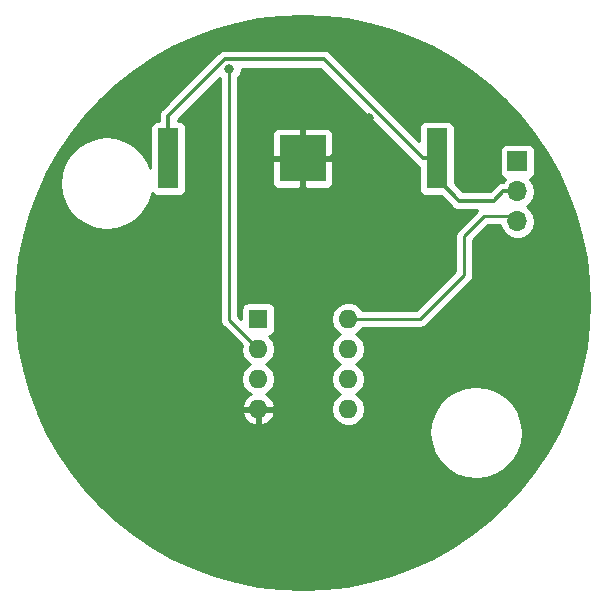
<source format=gbr>
G04 #@! TF.GenerationSoftware,KiCad,Pcbnew,5.0.2+dfsg1-1*
G04 #@! TF.CreationDate,2019-07-05T17:04:00+02:00*
G04 #@! TF.ProjectId,PollFoll,506f6c6c-466f-46c6-9c2e-6b696361645f,rev?*
G04 #@! TF.SameCoordinates,Original*
G04 #@! TF.FileFunction,Copper,L2,Bot*
G04 #@! TF.FilePolarity,Positive*
%FSLAX46Y46*%
G04 Gerber Fmt 4.6, Leading zero omitted, Abs format (unit mm)*
G04 Created by KiCad (PCBNEW 5.0.2+dfsg1-1) date vie 05 jul 2019 17:04:00 CEST*
%MOMM*%
%LPD*%
G01*
G04 APERTURE LIST*
G04 #@! TA.AperFunction,ComponentPad*
%ADD10R,1.700000X1.700000*%
G04 #@! TD*
G04 #@! TA.AperFunction,ComponentPad*
%ADD11O,1.700000X1.700000*%
G04 #@! TD*
G04 #@! TA.AperFunction,ComponentPad*
%ADD12R,1.600000X1.600000*%
G04 #@! TD*
G04 #@! TA.AperFunction,ComponentPad*
%ADD13O,1.600000X1.600000*%
G04 #@! TD*
G04 #@! TA.AperFunction,SMDPad,CuDef*
%ADD14R,3.960000X3.960000*%
G04 #@! TD*
G04 #@! TA.AperFunction,SMDPad,CuDef*
%ADD15R,1.740000X5.100000*%
G04 #@! TD*
G04 #@! TA.AperFunction,ViaPad*
%ADD16C,0.800000*%
G04 #@! TD*
G04 #@! TA.AperFunction,Conductor*
%ADD17C,0.350000*%
G04 #@! TD*
G04 #@! TA.AperFunction,Conductor*
%ADD18C,0.250000*%
G04 #@! TD*
G04 #@! TA.AperFunction,Conductor*
%ADD19C,0.254000*%
G04 #@! TD*
G04 APERTURE END LIST*
D10*
G04 #@! TO.P,J1,1*
G04 #@! TO.N,Net-(J1-Pad1)*
X154200000Y-67560000D03*
D11*
G04 #@! TO.P,J1,2*
G04 #@! TO.N,+3V3*
X154200000Y-70100000D03*
G04 #@! TO.P,J1,3*
G04 #@! TO.N,Net-(C1-Pad1)*
X154200000Y-72640000D03*
G04 #@! TD*
D12*
G04 #@! TO.P,U1,1*
G04 #@! TO.N,Net-(U1-Pad1)*
X132250000Y-80900000D03*
D13*
G04 #@! TO.P,U1,5*
G04 #@! TO.N,Net-(U1-Pad5)*
X139870000Y-88520000D03*
G04 #@! TO.P,U1,2*
G04 #@! TO.N,PB3*
X132250000Y-83440000D03*
G04 #@! TO.P,U1,6*
G04 #@! TO.N,Net-(U1-Pad6)*
X139870000Y-85980000D03*
G04 #@! TO.P,U1,3*
G04 #@! TO.N,Net-(U1-Pad3)*
X132250000Y-85980000D03*
G04 #@! TO.P,U1,7*
G04 #@! TO.N,Net-(U1-Pad7)*
X139870000Y-83440000D03*
G04 #@! TO.P,U1,4*
G04 #@! TO.N,GND*
X132250000Y-88520000D03*
G04 #@! TO.P,U1,8*
G04 #@! TO.N,Net-(C1-Pad1)*
X139870000Y-80900000D03*
G04 #@! TD*
D14*
G04 #@! TO.P,BT1,2*
G04 #@! TO.N,GND*
X136000000Y-67300000D03*
D15*
G04 #@! TO.P,BT1,1*
G04 #@! TO.N,+3V3*
X147360000Y-67300000D03*
X124640000Y-67300000D03*
G04 #@! TD*
D16*
G04 #@! TO.N,GND*
X124100000Y-84300000D03*
X141600000Y-63900000D03*
X136200000Y-71400000D03*
X132400000Y-64300000D03*
G04 #@! TO.N,PB3*
X129800000Y-59700000D03*
G04 #@! TD*
D17*
G04 #@! TO.N,GND*
X135900000Y-65600000D02*
X136000000Y-65500000D01*
X124100000Y-84300000D02*
X124100000Y-85200000D01*
X124100000Y-85200000D02*
X127500000Y-88600000D01*
X127580000Y-88520000D02*
X132250000Y-88520000D01*
X127500000Y-88600000D02*
X127580000Y-88520000D01*
X141600000Y-63900000D02*
X140000000Y-65500000D01*
X138330000Y-67300000D02*
X136000000Y-67300000D01*
X140000000Y-65630000D02*
X138330000Y-67300000D01*
X140000000Y-65500000D02*
X140000000Y-65630000D01*
X136000000Y-67300000D02*
X136000000Y-71200000D01*
X136000000Y-71200000D02*
X136200000Y-71400000D01*
G04 #@! TO.N,+3V3*
X146190000Y-67300000D02*
X147360000Y-67300000D01*
X129427999Y-58924999D02*
X137814999Y-58924999D01*
X137814999Y-58924999D02*
X146190000Y-67300000D01*
X124640000Y-63712998D02*
X129427999Y-58924999D01*
X124640000Y-67300000D02*
X124640000Y-63712998D01*
X152197919Y-70900000D02*
X152997919Y-70100000D01*
X149280000Y-70900000D02*
X152197919Y-70900000D01*
X152997919Y-70100000D02*
X154200000Y-70100000D01*
X147360000Y-67300000D02*
X147360000Y-68980000D01*
X147360000Y-68980000D02*
X149280000Y-70900000D01*
D18*
G04 #@! TO.N,PB3*
X132250000Y-83440000D02*
X129800000Y-80990000D01*
X129800000Y-80990000D02*
X129800000Y-59700000D01*
G04 #@! TO.N,Net-(C1-Pad1)*
X153760000Y-72200000D02*
X154200000Y-72640000D01*
X145940000Y-80900000D02*
X149700000Y-77140000D01*
X139870000Y-80900000D02*
X145940000Y-80900000D01*
X149700000Y-77140000D02*
X149700000Y-73900000D01*
X151400000Y-72200000D02*
X153760000Y-72200000D01*
X149700000Y-73900000D02*
X151400000Y-72200000D01*
G04 #@! TD*
D19*
G04 #@! TO.N,GND*
G36*
X137903810Y-55309801D02*
X139795882Y-55533742D01*
X141664552Y-55905444D01*
X143498297Y-56422614D01*
X145285813Y-57082063D01*
X147016079Y-57879727D01*
X148678428Y-58810686D01*
X150262609Y-59869203D01*
X151758857Y-61048749D01*
X153157946Y-62342054D01*
X154451251Y-63741143D01*
X155630797Y-65237391D01*
X156689314Y-66821572D01*
X157620273Y-68483921D01*
X158417937Y-70214187D01*
X159077386Y-72001703D01*
X159594556Y-73835448D01*
X159966258Y-75704118D01*
X160190199Y-77596190D01*
X160265000Y-79500000D01*
X160190199Y-81403810D01*
X159966258Y-83295882D01*
X159594556Y-85164552D01*
X159077386Y-86998297D01*
X158417937Y-88785813D01*
X157620273Y-90516079D01*
X156689314Y-92178428D01*
X155630797Y-93762609D01*
X154451251Y-95258857D01*
X153157946Y-96657946D01*
X151758857Y-97951251D01*
X150262609Y-99130797D01*
X148678428Y-100189314D01*
X147016079Y-101120273D01*
X145285813Y-101917937D01*
X143498297Y-102577386D01*
X141664552Y-103094556D01*
X139795882Y-103466258D01*
X137903810Y-103690199D01*
X136000000Y-103765000D01*
X134096190Y-103690199D01*
X132204118Y-103466258D01*
X130335448Y-103094556D01*
X128501703Y-102577386D01*
X126714187Y-101917937D01*
X124983921Y-101120273D01*
X123321572Y-100189314D01*
X121737391Y-99130797D01*
X120241143Y-97951251D01*
X118842054Y-96657946D01*
X117548749Y-95258857D01*
X116369203Y-93762609D01*
X115310686Y-92178428D01*
X114401647Y-90555220D01*
X146745386Y-90555220D01*
X146855894Y-91429987D01*
X147157460Y-92258532D01*
X147635095Y-92999676D01*
X148265059Y-93616583D01*
X149016043Y-94078591D01*
X149850722Y-94362739D01*
X150727611Y-94454904D01*
X151603128Y-94350505D01*
X152433758Y-94054730D01*
X153178218Y-93582282D01*
X153799508Y-92956639D01*
X154266748Y-92208899D01*
X154556716Y-91376224D01*
X154655000Y-90500000D01*
X154653458Y-90389570D01*
X154530746Y-89516431D01*
X154217642Y-88692178D01*
X153729706Y-87957775D01*
X153091189Y-87349724D01*
X152333828Y-86898246D01*
X151495263Y-86625780D01*
X150617173Y-86545867D01*
X149743199Y-86662480D01*
X148916779Y-86969823D01*
X148178988Y-87452620D01*
X147566494Y-88086876D01*
X147109740Y-88841067D01*
X146831426Y-89677709D01*
X146745386Y-90555220D01*
X114401647Y-90555220D01*
X114379727Y-90516079D01*
X113620431Y-88869039D01*
X130858096Y-88869039D01*
X131018959Y-89257423D01*
X131394866Y-89672389D01*
X131900959Y-89911914D01*
X132123000Y-89790629D01*
X132123000Y-88647000D01*
X132377000Y-88647000D01*
X132377000Y-89790629D01*
X132599041Y-89911914D01*
X133105134Y-89672389D01*
X133481041Y-89257423D01*
X133641904Y-88869039D01*
X133519915Y-88647000D01*
X132377000Y-88647000D01*
X132123000Y-88647000D01*
X130980085Y-88647000D01*
X130858096Y-88869039D01*
X113620431Y-88869039D01*
X113582063Y-88785813D01*
X112922614Y-86998297D01*
X112405444Y-85164552D01*
X112033742Y-83295882D01*
X111809801Y-81403810D01*
X111735000Y-79500000D01*
X111809801Y-77596190D01*
X112033742Y-75704118D01*
X112405444Y-73835448D01*
X112922614Y-72001703D01*
X113582063Y-70214187D01*
X113931951Y-69455220D01*
X115445386Y-69455220D01*
X115555894Y-70329987D01*
X115857460Y-71158532D01*
X116335095Y-71899676D01*
X116965059Y-72516583D01*
X117716043Y-72978591D01*
X118550722Y-73262739D01*
X119427611Y-73354904D01*
X120303128Y-73250505D01*
X121133758Y-72954730D01*
X121878218Y-72482282D01*
X122499508Y-71856639D01*
X122966748Y-71108899D01*
X123256716Y-70276224D01*
X123261656Y-70232179D01*
X123312191Y-70307809D01*
X123522235Y-70448157D01*
X123770000Y-70497440D01*
X125510000Y-70497440D01*
X125757765Y-70448157D01*
X125967809Y-70307809D01*
X126108157Y-70097765D01*
X126157440Y-69850000D01*
X126157440Y-64750000D01*
X126108157Y-64502235D01*
X125967809Y-64292191D01*
X125757765Y-64151843D01*
X125510000Y-64102560D01*
X125450000Y-64102560D01*
X125450000Y-64048510D01*
X129040001Y-60458510D01*
X129040000Y-80915153D01*
X129025112Y-80990000D01*
X129040000Y-81064847D01*
X129040000Y-81064851D01*
X129084096Y-81286536D01*
X129252071Y-81537929D01*
X129315530Y-81580331D01*
X130851312Y-83116114D01*
X130786887Y-83440000D01*
X130898260Y-83999909D01*
X131215423Y-84474577D01*
X131567758Y-84710000D01*
X131215423Y-84945423D01*
X130898260Y-85420091D01*
X130786887Y-85980000D01*
X130898260Y-86539909D01*
X131215423Y-87014577D01*
X131599108Y-87270947D01*
X131394866Y-87367611D01*
X131018959Y-87782577D01*
X130858096Y-88170961D01*
X130980085Y-88393000D01*
X132123000Y-88393000D01*
X132123000Y-88373000D01*
X132377000Y-88373000D01*
X132377000Y-88393000D01*
X133519915Y-88393000D01*
X133641904Y-88170961D01*
X133481041Y-87782577D01*
X133105134Y-87367611D01*
X132900892Y-87270947D01*
X133284577Y-87014577D01*
X133601740Y-86539909D01*
X133713113Y-85980000D01*
X133601740Y-85420091D01*
X133284577Y-84945423D01*
X132932242Y-84710000D01*
X133284577Y-84474577D01*
X133601740Y-83999909D01*
X133713113Y-83440000D01*
X133601740Y-82880091D01*
X133284577Y-82405423D01*
X133163894Y-82324785D01*
X133297765Y-82298157D01*
X133507809Y-82157809D01*
X133648157Y-81947765D01*
X133697440Y-81700000D01*
X133697440Y-80100000D01*
X133648157Y-79852235D01*
X133507809Y-79642191D01*
X133297765Y-79501843D01*
X133050000Y-79452560D01*
X131450000Y-79452560D01*
X131202235Y-79501843D01*
X130992191Y-79642191D01*
X130851843Y-79852235D01*
X130802560Y-80100000D01*
X130802560Y-80917759D01*
X130560000Y-80675199D01*
X130560000Y-67585750D01*
X133385000Y-67585750D01*
X133385000Y-69406310D01*
X133481673Y-69639699D01*
X133660302Y-69818327D01*
X133893691Y-69915000D01*
X135714250Y-69915000D01*
X135873000Y-69756250D01*
X135873000Y-67427000D01*
X136127000Y-67427000D01*
X136127000Y-69756250D01*
X136285750Y-69915000D01*
X138106309Y-69915000D01*
X138339698Y-69818327D01*
X138518327Y-69639699D01*
X138615000Y-69406310D01*
X138615000Y-67585750D01*
X138456250Y-67427000D01*
X136127000Y-67427000D01*
X135873000Y-67427000D01*
X133543750Y-67427000D01*
X133385000Y-67585750D01*
X130560000Y-67585750D01*
X130560000Y-65193690D01*
X133385000Y-65193690D01*
X133385000Y-67014250D01*
X133543750Y-67173000D01*
X135873000Y-67173000D01*
X135873000Y-64843750D01*
X136127000Y-64843750D01*
X136127000Y-67173000D01*
X138456250Y-67173000D01*
X138615000Y-67014250D01*
X138615000Y-65193690D01*
X138518327Y-64960301D01*
X138339698Y-64781673D01*
X138106309Y-64685000D01*
X136285750Y-64685000D01*
X136127000Y-64843750D01*
X135873000Y-64843750D01*
X135714250Y-64685000D01*
X133893691Y-64685000D01*
X133660302Y-64781673D01*
X133481673Y-64960301D01*
X133385000Y-65193690D01*
X130560000Y-65193690D01*
X130560000Y-60403711D01*
X130677431Y-60286280D01*
X130835000Y-59905874D01*
X130835000Y-59734999D01*
X137479487Y-59734999D01*
X145560834Y-67816347D01*
X145606023Y-67883977D01*
X145842560Y-68042026D01*
X145842560Y-69850000D01*
X145891843Y-70097765D01*
X146032191Y-70307809D01*
X146242235Y-70448157D01*
X146490000Y-70497440D01*
X147731928Y-70497440D01*
X148650834Y-71416347D01*
X148696023Y-71483977D01*
X148963954Y-71663003D01*
X149200226Y-71710000D01*
X149279999Y-71725868D01*
X149359772Y-71710000D01*
X150813364Y-71710000D01*
X150809671Y-71715527D01*
X149215528Y-73309671D01*
X149152072Y-73352071D01*
X149109672Y-73415527D01*
X149109671Y-73415528D01*
X148984097Y-73603463D01*
X148925112Y-73900000D01*
X148940001Y-73974852D01*
X148940000Y-76825198D01*
X145625199Y-80140000D01*
X141088043Y-80140000D01*
X140904577Y-79865423D01*
X140429909Y-79548260D01*
X140011333Y-79465000D01*
X139728667Y-79465000D01*
X139310091Y-79548260D01*
X138835423Y-79865423D01*
X138518260Y-80340091D01*
X138406887Y-80900000D01*
X138518260Y-81459909D01*
X138835423Y-81934577D01*
X139187758Y-82170000D01*
X138835423Y-82405423D01*
X138518260Y-82880091D01*
X138406887Y-83440000D01*
X138518260Y-83999909D01*
X138835423Y-84474577D01*
X139187758Y-84710000D01*
X138835423Y-84945423D01*
X138518260Y-85420091D01*
X138406887Y-85980000D01*
X138518260Y-86539909D01*
X138835423Y-87014577D01*
X139187758Y-87250000D01*
X138835423Y-87485423D01*
X138518260Y-87960091D01*
X138406887Y-88520000D01*
X138518260Y-89079909D01*
X138835423Y-89554577D01*
X139310091Y-89871740D01*
X139728667Y-89955000D01*
X140011333Y-89955000D01*
X140429909Y-89871740D01*
X140904577Y-89554577D01*
X141221740Y-89079909D01*
X141333113Y-88520000D01*
X141221740Y-87960091D01*
X140904577Y-87485423D01*
X140552242Y-87250000D01*
X140904577Y-87014577D01*
X141221740Y-86539909D01*
X141333113Y-85980000D01*
X141221740Y-85420091D01*
X140904577Y-84945423D01*
X140552242Y-84710000D01*
X140904577Y-84474577D01*
X141221740Y-83999909D01*
X141333113Y-83440000D01*
X141221740Y-82880091D01*
X140904577Y-82405423D01*
X140552242Y-82170000D01*
X140904577Y-81934577D01*
X141088043Y-81660000D01*
X145865153Y-81660000D01*
X145940000Y-81674888D01*
X146014847Y-81660000D01*
X146014852Y-81660000D01*
X146236537Y-81615904D01*
X146487929Y-81447929D01*
X146530331Y-81384470D01*
X150184473Y-77730329D01*
X150247929Y-77687929D01*
X150415904Y-77436537D01*
X150460000Y-77214852D01*
X150460000Y-77214847D01*
X150474888Y-77140000D01*
X150460000Y-77065153D01*
X150460000Y-74214801D01*
X151714802Y-72960000D01*
X152749560Y-72960000D01*
X152801161Y-73219418D01*
X153129375Y-73710625D01*
X153620582Y-74038839D01*
X154053744Y-74125000D01*
X154346256Y-74125000D01*
X154779418Y-74038839D01*
X155270625Y-73710625D01*
X155598839Y-73219418D01*
X155714092Y-72640000D01*
X155598839Y-72060582D01*
X155270625Y-71569375D01*
X154972239Y-71370000D01*
X155270625Y-71170625D01*
X155598839Y-70679418D01*
X155714092Y-70100000D01*
X155598839Y-69520582D01*
X155270625Y-69029375D01*
X155252381Y-69017184D01*
X155297765Y-69008157D01*
X155507809Y-68867809D01*
X155648157Y-68657765D01*
X155697440Y-68410000D01*
X155697440Y-66710000D01*
X155648157Y-66462235D01*
X155507809Y-66252191D01*
X155297765Y-66111843D01*
X155050000Y-66062560D01*
X153350000Y-66062560D01*
X153102235Y-66111843D01*
X152892191Y-66252191D01*
X152751843Y-66462235D01*
X152702560Y-66710000D01*
X152702560Y-68410000D01*
X152751843Y-68657765D01*
X152892191Y-68867809D01*
X153102235Y-69008157D01*
X153147619Y-69017184D01*
X153129375Y-69029375D01*
X152960915Y-69281492D01*
X152918146Y-69290000D01*
X152918145Y-69290000D01*
X152681873Y-69336997D01*
X152413942Y-69516023D01*
X152368753Y-69583653D01*
X151862407Y-70090000D01*
X149615513Y-70090000D01*
X148877440Y-69351928D01*
X148877440Y-64750000D01*
X148828157Y-64502235D01*
X148687809Y-64292191D01*
X148477765Y-64151843D01*
X148230000Y-64102560D01*
X146490000Y-64102560D01*
X146242235Y-64151843D01*
X146032191Y-64292191D01*
X145891843Y-64502235D01*
X145842560Y-64750000D01*
X145842560Y-65807047D01*
X138444167Y-58408655D01*
X138398976Y-58341022D01*
X138131045Y-58161996D01*
X137894773Y-58114999D01*
X137894772Y-58114999D01*
X137814999Y-58099131D01*
X137735226Y-58114999D01*
X129507771Y-58114999D01*
X129427998Y-58099131D01*
X129348225Y-58114999D01*
X129111953Y-58161996D01*
X128844022Y-58341022D01*
X128798833Y-58408652D01*
X124123654Y-63083832D01*
X124056024Y-63129021D01*
X124010835Y-63196651D01*
X123876998Y-63396952D01*
X123814132Y-63712998D01*
X123830001Y-63792776D01*
X123830001Y-64102560D01*
X123770000Y-64102560D01*
X123522235Y-64151843D01*
X123312191Y-64292191D01*
X123171843Y-64502235D01*
X123122560Y-64750000D01*
X123122560Y-68131629D01*
X122917642Y-67592178D01*
X122429706Y-66857775D01*
X121791189Y-66249724D01*
X121033828Y-65798246D01*
X120195263Y-65525780D01*
X119317173Y-65445867D01*
X118443199Y-65562480D01*
X117616779Y-65869823D01*
X116878988Y-66352620D01*
X116266494Y-66986876D01*
X115809740Y-67741067D01*
X115531426Y-68577709D01*
X115445386Y-69455220D01*
X113931951Y-69455220D01*
X114379727Y-68483921D01*
X115310686Y-66821572D01*
X116369203Y-65237391D01*
X117548749Y-63741143D01*
X118842054Y-62342054D01*
X120241143Y-61048749D01*
X121737391Y-59869203D01*
X123321572Y-58810686D01*
X124983921Y-57879727D01*
X126714187Y-57082063D01*
X128501703Y-56422614D01*
X130335448Y-55905444D01*
X132204118Y-55533742D01*
X134096190Y-55309801D01*
X136000000Y-55235000D01*
X137903810Y-55309801D01*
X137903810Y-55309801D01*
G37*
X137903810Y-55309801D02*
X139795882Y-55533742D01*
X141664552Y-55905444D01*
X143498297Y-56422614D01*
X145285813Y-57082063D01*
X147016079Y-57879727D01*
X148678428Y-58810686D01*
X150262609Y-59869203D01*
X151758857Y-61048749D01*
X153157946Y-62342054D01*
X154451251Y-63741143D01*
X155630797Y-65237391D01*
X156689314Y-66821572D01*
X157620273Y-68483921D01*
X158417937Y-70214187D01*
X159077386Y-72001703D01*
X159594556Y-73835448D01*
X159966258Y-75704118D01*
X160190199Y-77596190D01*
X160265000Y-79500000D01*
X160190199Y-81403810D01*
X159966258Y-83295882D01*
X159594556Y-85164552D01*
X159077386Y-86998297D01*
X158417937Y-88785813D01*
X157620273Y-90516079D01*
X156689314Y-92178428D01*
X155630797Y-93762609D01*
X154451251Y-95258857D01*
X153157946Y-96657946D01*
X151758857Y-97951251D01*
X150262609Y-99130797D01*
X148678428Y-100189314D01*
X147016079Y-101120273D01*
X145285813Y-101917937D01*
X143498297Y-102577386D01*
X141664552Y-103094556D01*
X139795882Y-103466258D01*
X137903810Y-103690199D01*
X136000000Y-103765000D01*
X134096190Y-103690199D01*
X132204118Y-103466258D01*
X130335448Y-103094556D01*
X128501703Y-102577386D01*
X126714187Y-101917937D01*
X124983921Y-101120273D01*
X123321572Y-100189314D01*
X121737391Y-99130797D01*
X120241143Y-97951251D01*
X118842054Y-96657946D01*
X117548749Y-95258857D01*
X116369203Y-93762609D01*
X115310686Y-92178428D01*
X114401647Y-90555220D01*
X146745386Y-90555220D01*
X146855894Y-91429987D01*
X147157460Y-92258532D01*
X147635095Y-92999676D01*
X148265059Y-93616583D01*
X149016043Y-94078591D01*
X149850722Y-94362739D01*
X150727611Y-94454904D01*
X151603128Y-94350505D01*
X152433758Y-94054730D01*
X153178218Y-93582282D01*
X153799508Y-92956639D01*
X154266748Y-92208899D01*
X154556716Y-91376224D01*
X154655000Y-90500000D01*
X154653458Y-90389570D01*
X154530746Y-89516431D01*
X154217642Y-88692178D01*
X153729706Y-87957775D01*
X153091189Y-87349724D01*
X152333828Y-86898246D01*
X151495263Y-86625780D01*
X150617173Y-86545867D01*
X149743199Y-86662480D01*
X148916779Y-86969823D01*
X148178988Y-87452620D01*
X147566494Y-88086876D01*
X147109740Y-88841067D01*
X146831426Y-89677709D01*
X146745386Y-90555220D01*
X114401647Y-90555220D01*
X114379727Y-90516079D01*
X113620431Y-88869039D01*
X130858096Y-88869039D01*
X131018959Y-89257423D01*
X131394866Y-89672389D01*
X131900959Y-89911914D01*
X132123000Y-89790629D01*
X132123000Y-88647000D01*
X132377000Y-88647000D01*
X132377000Y-89790629D01*
X132599041Y-89911914D01*
X133105134Y-89672389D01*
X133481041Y-89257423D01*
X133641904Y-88869039D01*
X133519915Y-88647000D01*
X132377000Y-88647000D01*
X132123000Y-88647000D01*
X130980085Y-88647000D01*
X130858096Y-88869039D01*
X113620431Y-88869039D01*
X113582063Y-88785813D01*
X112922614Y-86998297D01*
X112405444Y-85164552D01*
X112033742Y-83295882D01*
X111809801Y-81403810D01*
X111735000Y-79500000D01*
X111809801Y-77596190D01*
X112033742Y-75704118D01*
X112405444Y-73835448D01*
X112922614Y-72001703D01*
X113582063Y-70214187D01*
X113931951Y-69455220D01*
X115445386Y-69455220D01*
X115555894Y-70329987D01*
X115857460Y-71158532D01*
X116335095Y-71899676D01*
X116965059Y-72516583D01*
X117716043Y-72978591D01*
X118550722Y-73262739D01*
X119427611Y-73354904D01*
X120303128Y-73250505D01*
X121133758Y-72954730D01*
X121878218Y-72482282D01*
X122499508Y-71856639D01*
X122966748Y-71108899D01*
X123256716Y-70276224D01*
X123261656Y-70232179D01*
X123312191Y-70307809D01*
X123522235Y-70448157D01*
X123770000Y-70497440D01*
X125510000Y-70497440D01*
X125757765Y-70448157D01*
X125967809Y-70307809D01*
X126108157Y-70097765D01*
X126157440Y-69850000D01*
X126157440Y-64750000D01*
X126108157Y-64502235D01*
X125967809Y-64292191D01*
X125757765Y-64151843D01*
X125510000Y-64102560D01*
X125450000Y-64102560D01*
X125450000Y-64048510D01*
X129040001Y-60458510D01*
X129040000Y-80915153D01*
X129025112Y-80990000D01*
X129040000Y-81064847D01*
X129040000Y-81064851D01*
X129084096Y-81286536D01*
X129252071Y-81537929D01*
X129315530Y-81580331D01*
X130851312Y-83116114D01*
X130786887Y-83440000D01*
X130898260Y-83999909D01*
X131215423Y-84474577D01*
X131567758Y-84710000D01*
X131215423Y-84945423D01*
X130898260Y-85420091D01*
X130786887Y-85980000D01*
X130898260Y-86539909D01*
X131215423Y-87014577D01*
X131599108Y-87270947D01*
X131394866Y-87367611D01*
X131018959Y-87782577D01*
X130858096Y-88170961D01*
X130980085Y-88393000D01*
X132123000Y-88393000D01*
X132123000Y-88373000D01*
X132377000Y-88373000D01*
X132377000Y-88393000D01*
X133519915Y-88393000D01*
X133641904Y-88170961D01*
X133481041Y-87782577D01*
X133105134Y-87367611D01*
X132900892Y-87270947D01*
X133284577Y-87014577D01*
X133601740Y-86539909D01*
X133713113Y-85980000D01*
X133601740Y-85420091D01*
X133284577Y-84945423D01*
X132932242Y-84710000D01*
X133284577Y-84474577D01*
X133601740Y-83999909D01*
X133713113Y-83440000D01*
X133601740Y-82880091D01*
X133284577Y-82405423D01*
X133163894Y-82324785D01*
X133297765Y-82298157D01*
X133507809Y-82157809D01*
X133648157Y-81947765D01*
X133697440Y-81700000D01*
X133697440Y-80100000D01*
X133648157Y-79852235D01*
X133507809Y-79642191D01*
X133297765Y-79501843D01*
X133050000Y-79452560D01*
X131450000Y-79452560D01*
X131202235Y-79501843D01*
X130992191Y-79642191D01*
X130851843Y-79852235D01*
X130802560Y-80100000D01*
X130802560Y-80917759D01*
X130560000Y-80675199D01*
X130560000Y-67585750D01*
X133385000Y-67585750D01*
X133385000Y-69406310D01*
X133481673Y-69639699D01*
X133660302Y-69818327D01*
X133893691Y-69915000D01*
X135714250Y-69915000D01*
X135873000Y-69756250D01*
X135873000Y-67427000D01*
X136127000Y-67427000D01*
X136127000Y-69756250D01*
X136285750Y-69915000D01*
X138106309Y-69915000D01*
X138339698Y-69818327D01*
X138518327Y-69639699D01*
X138615000Y-69406310D01*
X138615000Y-67585750D01*
X138456250Y-67427000D01*
X136127000Y-67427000D01*
X135873000Y-67427000D01*
X133543750Y-67427000D01*
X133385000Y-67585750D01*
X130560000Y-67585750D01*
X130560000Y-65193690D01*
X133385000Y-65193690D01*
X133385000Y-67014250D01*
X133543750Y-67173000D01*
X135873000Y-67173000D01*
X135873000Y-64843750D01*
X136127000Y-64843750D01*
X136127000Y-67173000D01*
X138456250Y-67173000D01*
X138615000Y-67014250D01*
X138615000Y-65193690D01*
X138518327Y-64960301D01*
X138339698Y-64781673D01*
X138106309Y-64685000D01*
X136285750Y-64685000D01*
X136127000Y-64843750D01*
X135873000Y-64843750D01*
X135714250Y-64685000D01*
X133893691Y-64685000D01*
X133660302Y-64781673D01*
X133481673Y-64960301D01*
X133385000Y-65193690D01*
X130560000Y-65193690D01*
X130560000Y-60403711D01*
X130677431Y-60286280D01*
X130835000Y-59905874D01*
X130835000Y-59734999D01*
X137479487Y-59734999D01*
X145560834Y-67816347D01*
X145606023Y-67883977D01*
X145842560Y-68042026D01*
X145842560Y-69850000D01*
X145891843Y-70097765D01*
X146032191Y-70307809D01*
X146242235Y-70448157D01*
X146490000Y-70497440D01*
X147731928Y-70497440D01*
X148650834Y-71416347D01*
X148696023Y-71483977D01*
X148963954Y-71663003D01*
X149200226Y-71710000D01*
X149279999Y-71725868D01*
X149359772Y-71710000D01*
X150813364Y-71710000D01*
X150809671Y-71715527D01*
X149215528Y-73309671D01*
X149152072Y-73352071D01*
X149109672Y-73415527D01*
X149109671Y-73415528D01*
X148984097Y-73603463D01*
X148925112Y-73900000D01*
X148940001Y-73974852D01*
X148940000Y-76825198D01*
X145625199Y-80140000D01*
X141088043Y-80140000D01*
X140904577Y-79865423D01*
X140429909Y-79548260D01*
X140011333Y-79465000D01*
X139728667Y-79465000D01*
X139310091Y-79548260D01*
X138835423Y-79865423D01*
X138518260Y-80340091D01*
X138406887Y-80900000D01*
X138518260Y-81459909D01*
X138835423Y-81934577D01*
X139187758Y-82170000D01*
X138835423Y-82405423D01*
X138518260Y-82880091D01*
X138406887Y-83440000D01*
X138518260Y-83999909D01*
X138835423Y-84474577D01*
X139187758Y-84710000D01*
X138835423Y-84945423D01*
X138518260Y-85420091D01*
X138406887Y-85980000D01*
X138518260Y-86539909D01*
X138835423Y-87014577D01*
X139187758Y-87250000D01*
X138835423Y-87485423D01*
X138518260Y-87960091D01*
X138406887Y-88520000D01*
X138518260Y-89079909D01*
X138835423Y-89554577D01*
X139310091Y-89871740D01*
X139728667Y-89955000D01*
X140011333Y-89955000D01*
X140429909Y-89871740D01*
X140904577Y-89554577D01*
X141221740Y-89079909D01*
X141333113Y-88520000D01*
X141221740Y-87960091D01*
X140904577Y-87485423D01*
X140552242Y-87250000D01*
X140904577Y-87014577D01*
X141221740Y-86539909D01*
X141333113Y-85980000D01*
X141221740Y-85420091D01*
X140904577Y-84945423D01*
X140552242Y-84710000D01*
X140904577Y-84474577D01*
X141221740Y-83999909D01*
X141333113Y-83440000D01*
X141221740Y-82880091D01*
X140904577Y-82405423D01*
X140552242Y-82170000D01*
X140904577Y-81934577D01*
X141088043Y-81660000D01*
X145865153Y-81660000D01*
X145940000Y-81674888D01*
X146014847Y-81660000D01*
X146014852Y-81660000D01*
X146236537Y-81615904D01*
X146487929Y-81447929D01*
X146530331Y-81384470D01*
X150184473Y-77730329D01*
X150247929Y-77687929D01*
X150415904Y-77436537D01*
X150460000Y-77214852D01*
X150460000Y-77214847D01*
X150474888Y-77140000D01*
X150460000Y-77065153D01*
X150460000Y-74214801D01*
X151714802Y-72960000D01*
X152749560Y-72960000D01*
X152801161Y-73219418D01*
X153129375Y-73710625D01*
X153620582Y-74038839D01*
X154053744Y-74125000D01*
X154346256Y-74125000D01*
X154779418Y-74038839D01*
X155270625Y-73710625D01*
X155598839Y-73219418D01*
X155714092Y-72640000D01*
X155598839Y-72060582D01*
X155270625Y-71569375D01*
X154972239Y-71370000D01*
X155270625Y-71170625D01*
X155598839Y-70679418D01*
X155714092Y-70100000D01*
X155598839Y-69520582D01*
X155270625Y-69029375D01*
X155252381Y-69017184D01*
X155297765Y-69008157D01*
X155507809Y-68867809D01*
X155648157Y-68657765D01*
X155697440Y-68410000D01*
X155697440Y-66710000D01*
X155648157Y-66462235D01*
X155507809Y-66252191D01*
X155297765Y-66111843D01*
X155050000Y-66062560D01*
X153350000Y-66062560D01*
X153102235Y-66111843D01*
X152892191Y-66252191D01*
X152751843Y-66462235D01*
X152702560Y-66710000D01*
X152702560Y-68410000D01*
X152751843Y-68657765D01*
X152892191Y-68867809D01*
X153102235Y-69008157D01*
X153147619Y-69017184D01*
X153129375Y-69029375D01*
X152960915Y-69281492D01*
X152918146Y-69290000D01*
X152918145Y-69290000D01*
X152681873Y-69336997D01*
X152413942Y-69516023D01*
X152368753Y-69583653D01*
X151862407Y-70090000D01*
X149615513Y-70090000D01*
X148877440Y-69351928D01*
X148877440Y-64750000D01*
X148828157Y-64502235D01*
X148687809Y-64292191D01*
X148477765Y-64151843D01*
X148230000Y-64102560D01*
X146490000Y-64102560D01*
X146242235Y-64151843D01*
X146032191Y-64292191D01*
X145891843Y-64502235D01*
X145842560Y-64750000D01*
X145842560Y-65807047D01*
X138444167Y-58408655D01*
X138398976Y-58341022D01*
X138131045Y-58161996D01*
X137894773Y-58114999D01*
X137894772Y-58114999D01*
X137814999Y-58099131D01*
X137735226Y-58114999D01*
X129507771Y-58114999D01*
X129427998Y-58099131D01*
X129348225Y-58114999D01*
X129111953Y-58161996D01*
X128844022Y-58341022D01*
X128798833Y-58408652D01*
X124123654Y-63083832D01*
X124056024Y-63129021D01*
X124010835Y-63196651D01*
X123876998Y-63396952D01*
X123814132Y-63712998D01*
X123830001Y-63792776D01*
X123830001Y-64102560D01*
X123770000Y-64102560D01*
X123522235Y-64151843D01*
X123312191Y-64292191D01*
X123171843Y-64502235D01*
X123122560Y-64750000D01*
X123122560Y-68131629D01*
X122917642Y-67592178D01*
X122429706Y-66857775D01*
X121791189Y-66249724D01*
X121033828Y-65798246D01*
X120195263Y-65525780D01*
X119317173Y-65445867D01*
X118443199Y-65562480D01*
X117616779Y-65869823D01*
X116878988Y-66352620D01*
X116266494Y-66986876D01*
X115809740Y-67741067D01*
X115531426Y-68577709D01*
X115445386Y-69455220D01*
X113931951Y-69455220D01*
X114379727Y-68483921D01*
X115310686Y-66821572D01*
X116369203Y-65237391D01*
X117548749Y-63741143D01*
X118842054Y-62342054D01*
X120241143Y-61048749D01*
X121737391Y-59869203D01*
X123321572Y-58810686D01*
X124983921Y-57879727D01*
X126714187Y-57082063D01*
X128501703Y-56422614D01*
X130335448Y-55905444D01*
X132204118Y-55533742D01*
X134096190Y-55309801D01*
X136000000Y-55235000D01*
X137903810Y-55309801D01*
G04 #@! TD*
M02*

</source>
